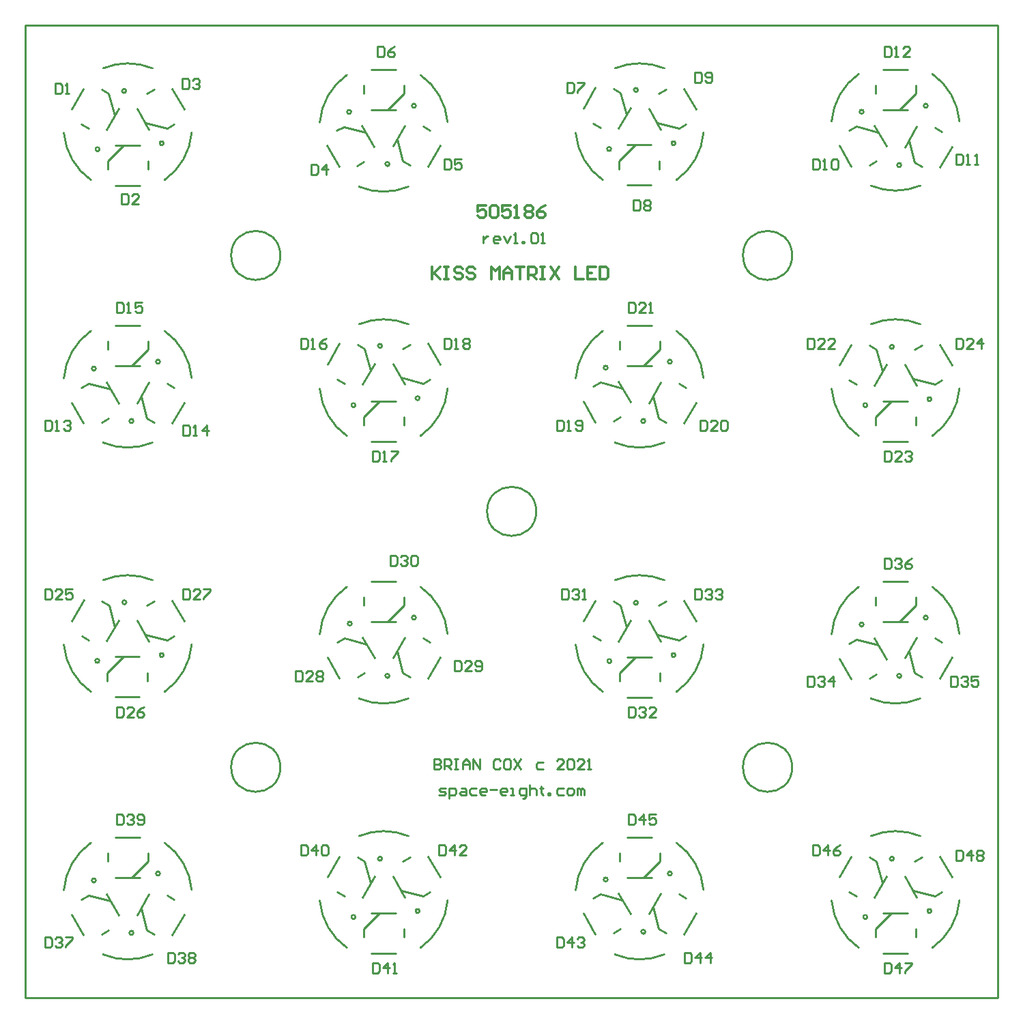
<source format=gto>
%FSLAX25Y25*%
%MOIN*%
G70*
G01*
G75*
G04 Layer_Color=65535*
%ADD10R,0.05906X0.05906*%
%ADD11P,0.08352X4X345.0*%
%ADD12P,0.08352X4X285.0*%
%ADD13C,0.02500*%
%ADD14C,0.05000*%
%ADD15C,0.16500*%
%ADD16R,0.12500X0.12500*%
%ADD17C,0.12500*%
%ADD18R,0.12500X0.12500*%
%ADD19C,0.04000*%
%ADD20R,0.05000X0.08000*%
%ADD21R,0.08000X0.05000*%
%ADD22R,0.17716X0.12205*%
%ADD23R,0.12205X0.17716*%
%ADD24C,0.01000*%
%ADD25C,0.01200*%
D24*
X737548Y379415D02*
G03*
X713452Y379415I-12048J-28915D01*
G01*
X694283Y347899D02*
G03*
X707536Y324838I31217J2601D01*
G01*
X743464D02*
G03*
X756733Y348097I-17964J25662D01*
G01*
X487548Y379415D02*
G03*
X463452Y379415I-12048J-28915D01*
G01*
X444283Y347899D02*
G03*
X457536Y324838I31217J2601D01*
G01*
X493464D02*
G03*
X506733Y348097I-17964J25662D01*
G01*
X338452Y321585D02*
G03*
X362548Y321585I12048J28915D01*
G01*
X381717Y353101D02*
G03*
X368464Y376162I-31217J-2601D01*
G01*
X332536D02*
G03*
X319267Y352903I17964J-25662D01*
G01*
X588452Y321585D02*
G03*
X612548Y321585I12048J28915D01*
G01*
X631717Y353101D02*
G03*
X618464Y376162I-31217J-2601D01*
G01*
X582536D02*
G03*
X569267Y352903I17964J-25662D01*
G01*
X713452Y446585D02*
G03*
X737548Y446585I12048J28915D01*
G01*
X756717Y478101D02*
G03*
X743464Y501162I-31217J-2601D01*
G01*
X707536D02*
G03*
X694267Y477903I17964J-25662D01*
G01*
X463452Y446585D02*
G03*
X487548Y446585I12048J28915D01*
G01*
X506717Y478101D02*
G03*
X493464Y501162I-31217J-2601D01*
G01*
X457536D02*
G03*
X444267Y477903I17964J-25662D01*
G01*
X362548Y504415D02*
G03*
X338452Y504415I-12048J-28915D01*
G01*
X319283Y472899D02*
G03*
X332536Y449838I31217J2601D01*
G01*
X368464D02*
G03*
X381733Y473098I-17964J25662D01*
G01*
X612548Y504415D02*
G03*
X588452Y504415I-12048J-28915D01*
G01*
X569283Y472899D02*
G03*
X582536Y449838I31217J2601D01*
G01*
X618464D02*
G03*
X631733Y473098I-17964J25662D01*
G01*
X737548Y629415D02*
G03*
X713452Y629415I-12048J-28915D01*
G01*
X694283Y597899D02*
G03*
X707536Y574838I31217J2601D01*
G01*
X743464D02*
G03*
X756733Y598098I-17964J25662D01*
G01*
X487548Y629415D02*
G03*
X463452Y629415I-12048J-28915D01*
G01*
X444283Y597899D02*
G03*
X457536Y574838I31217J2601D01*
G01*
X493464D02*
G03*
X506733Y598098I-17964J25662D01*
G01*
X588452Y571585D02*
G03*
X612548Y571585I12048J28915D01*
G01*
X631717Y603101D02*
G03*
X618464Y626162I-31217J-2601D01*
G01*
X582536D02*
G03*
X569267Y602903I17964J-25662D01*
G01*
X338452Y571585D02*
G03*
X362548Y571585I12048J28915D01*
G01*
X381717Y603101D02*
G03*
X368464Y626162I-31217J-2601D01*
G01*
X332536D02*
G03*
X319267Y602903I17964J-25662D01*
G01*
X463452Y696585D02*
G03*
X487548Y696585I12048J28915D01*
G01*
X506717Y728101D02*
G03*
X493464Y751162I-31217J-2601D01*
G01*
X457536D02*
G03*
X444267Y727903I17964J-25662D01*
G01*
X713452Y697085D02*
G03*
X737548Y697085I12048J28915D01*
G01*
X756717Y728601D02*
G03*
X743464Y751662I-31217J-2601D01*
G01*
X707536D02*
G03*
X694267Y728403I17964J-25662D01*
G01*
X612548Y754415D02*
G03*
X588452Y754415I-12048J-28915D01*
G01*
X569283Y722899D02*
G03*
X582536Y699838I31217J2601D01*
G01*
X618464D02*
G03*
X631733Y723098I-17964J25662D01*
G01*
X362548Y754415D02*
G03*
X338452Y754415I-12048J-28915D01*
G01*
X319283Y722899D02*
G03*
X332536Y699838I31217J2601D01*
G01*
X368464D02*
G03*
X381733Y723098I-17964J25662D01*
G01*
X491248Y736126D02*
G03*
X491248Y736126I-984J0D01*
G01*
X741248D02*
G03*
X741248Y736126I-984J0D01*
G01*
X493047Y593277D02*
G03*
X493047Y593277I-984J0D01*
G01*
X743047Y592777D02*
G03*
X743047Y592777I-984J0D01*
G01*
X491248Y486126D02*
G03*
X491248Y486126I-984J0D01*
G01*
X741248D02*
G03*
X741248Y486126I-984J0D01*
G01*
X493047Y342777D02*
G03*
X493047Y342777I-984J0D01*
G01*
X743047D02*
G03*
X743047Y342777I-984J0D01*
G01*
X478283Y707651D02*
G03*
X478283Y707651I-984J0D01*
G01*
X728283Y707151D02*
G03*
X728283Y707151I-984J0D01*
G01*
X461721Y589874D02*
G03*
X461721Y589874I-984J0D01*
G01*
X711721D02*
G03*
X711721Y589874I-984J0D01*
G01*
X478283Y457651D02*
G03*
X478283Y457651I-984J0D01*
G01*
X728283D02*
G03*
X728283Y457651I-984J0D01*
G01*
X461721Y339874D02*
G03*
X461721Y339874I-984J0D01*
G01*
X711721D02*
G03*
X711721Y339874I-984J0D01*
G01*
X459632Y733131D02*
G03*
X459632Y733131I-984J0D01*
G01*
X709922Y733223D02*
G03*
X709922Y733223I-984J0D01*
G01*
X474685Y618849D02*
G03*
X474685Y618849I-984J0D01*
G01*
X724685Y618349D02*
G03*
X724685Y618349I-984J0D01*
G01*
X459922Y483223D02*
G03*
X459922Y483223I-984J0D01*
G01*
X709922Y482723D02*
G03*
X709922Y482723I-984J0D01*
G01*
X474685Y368349D02*
G03*
X474685Y368349I-984J0D01*
G01*
X724685D02*
G03*
X724685Y368349I-984J0D01*
G01*
X368047Y717777D02*
G03*
X368047Y717777I-984J0D01*
G01*
X618047D02*
G03*
X618047Y717777I-984J0D01*
G01*
X366248Y611126D02*
G03*
X366248Y611126I-984J0D01*
G01*
X616248D02*
G03*
X616248Y611126I-984J0D01*
G01*
X368047Y467777D02*
G03*
X368047Y467777I-984J0D01*
G01*
X618047D02*
G03*
X618047Y467777I-984J0D01*
G01*
X366248Y361126D02*
G03*
X366248Y361126I-984J0D01*
G01*
X616248D02*
G03*
X616248Y361126I-984J0D01*
G01*
X336720Y714874D02*
G03*
X336720Y714874I-984J0D01*
G01*
X586575Y714984D02*
G03*
X586575Y714984I-984J0D01*
G01*
X353283Y582151D02*
G03*
X353283Y582151I-984J0D01*
G01*
X603283D02*
G03*
X603283Y582151I-984J0D01*
G01*
X336575Y464984D02*
G03*
X336575Y464984I-984J0D01*
G01*
X586721Y464874D02*
G03*
X586721Y464874I-984J0D01*
G01*
X353283Y332151D02*
G03*
X353283Y332151I-984J0D01*
G01*
X603283Y332651D02*
G03*
X603283Y332651I-984J0D01*
G01*
X349685Y743349D02*
G03*
X349685Y743349I-984J0D01*
G01*
X599685Y743849D02*
G03*
X599685Y743849I-984J0D01*
G01*
X334922Y607723D02*
G03*
X334922Y607723I-984J0D01*
G01*
X584922Y608223D02*
G03*
X584922Y608223I-984J0D01*
G01*
X349829Y493550D02*
G03*
X349829Y493550I-984J0D01*
G01*
X599685Y493349D02*
G03*
X599685Y493349I-984J0D01*
G01*
X334922Y357723D02*
G03*
X334922Y357723I-984J0D01*
G01*
X584922Y358223D02*
G03*
X584922Y358223I-984J0D01*
G01*
X675000Y413000D02*
G03*
X675000Y413000I-12000J0D01*
G01*
X425000Y663000D02*
G03*
X425000Y663000I-12000J0D01*
G01*
X675000D02*
G03*
X675000Y663000I-12000J0D01*
G01*
X550000Y538000D02*
G03*
X550000Y538000I-12000J0D01*
G01*
X425000Y413000D02*
G03*
X425000Y413000I-12000J0D01*
G01*
X300500Y775500D02*
X775500D01*
Y300500D02*
Y775500D01*
X300500Y300500D02*
Y775500D01*
Y300500D02*
X775500D01*
X485343Y742031D02*
Y745968D01*
X465658Y742031D02*
Y745968D01*
X469594Y734158D02*
X481405D01*
X469594Y753842D02*
X481405D01*
X477468Y734158D02*
X485343Y742031D01*
X735343D02*
Y745968D01*
X715658Y742031D02*
Y745968D01*
X719594Y734158D02*
X731405D01*
X719594Y753842D02*
X731405D01*
X727468Y734158D02*
X735343Y742031D01*
X494717Y600492D02*
X498126Y602460D01*
X484874Y617540D02*
X488283Y619508D01*
X480023Y610193D02*
X485929Y599964D01*
X497071Y620036D02*
X502977Y609807D01*
X483960Y603374D02*
X494717Y600492D01*
X744717Y599992D02*
X748126Y601960D01*
X734874Y617040D02*
X738283Y619008D01*
X730023Y609693D02*
X735929Y599464D01*
X747071Y619536D02*
X752977Y609307D01*
X733960Y602874D02*
X744717Y599992D01*
X485343Y492031D02*
Y495968D01*
X465658Y492031D02*
Y495968D01*
X469594Y484158D02*
X481405D01*
X469594Y503842D02*
X481405D01*
X477468Y484158D02*
X485343Y492031D01*
X735343D02*
Y495968D01*
X715658Y492031D02*
Y495968D01*
X719594Y484158D02*
X731405D01*
X719594Y503842D02*
X731405D01*
X727468Y484158D02*
X735343Y492031D01*
X494717Y349992D02*
X498126Y351960D01*
X484874Y367040D02*
X488283Y369008D01*
X480023Y359693D02*
X485929Y349464D01*
X497071Y369536D02*
X502977Y359307D01*
X483960Y352874D02*
X494717Y349992D01*
X744717D02*
X748126Y351960D01*
X734874Y367040D02*
X738283Y369008D01*
X730023Y359693D02*
X735929Y349464D01*
X747071Y369536D02*
X752977Y359307D01*
X733960Y352874D02*
X744717Y349992D01*
X484874Y708960D02*
X488283Y706992D01*
X494717Y726008D02*
X498126Y724040D01*
X480023Y716307D02*
X485929Y726536D01*
X497071Y706464D02*
X502977Y716693D01*
X481992Y719717D02*
X484874Y708960D01*
X734874Y708460D02*
X738283Y706492D01*
X744717Y725508D02*
X748126Y723540D01*
X730023Y715807D02*
X735929Y726036D01*
X747071Y705964D02*
X752977Y716193D01*
X731992Y719216D02*
X734874Y708460D01*
X465658Y580031D02*
Y583968D01*
X485343Y580031D02*
Y583968D01*
X469594Y591843D02*
X481405D01*
X469594Y572157D02*
X481405D01*
X465658Y583968D02*
X473531Y591843D01*
X715658Y580031D02*
Y583968D01*
X735343Y580031D02*
Y583968D01*
X719594Y591843D02*
X731405D01*
X719594Y572157D02*
X731405D01*
X715658Y583968D02*
X723531Y591843D01*
X484874Y458960D02*
X488283Y456992D01*
X494717Y476008D02*
X498126Y474040D01*
X480023Y466307D02*
X485929Y476536D01*
X497071Y456464D02*
X502977Y466693D01*
X481992Y469717D02*
X484874Y458960D01*
X734874D02*
X738283Y456992D01*
X744717Y476008D02*
X748126Y474040D01*
X730023Y466307D02*
X735929Y476536D01*
X747071Y456464D02*
X752977Y466693D01*
X731992Y469717D02*
X734874Y458960D01*
X465658Y330031D02*
Y333968D01*
X485343Y330031D02*
Y333968D01*
X469594Y341843D02*
X481405D01*
X469594Y322158D02*
X481405D01*
X465658Y333968D02*
X473531Y341843D01*
X715658Y330031D02*
Y333968D01*
X735343Y330031D02*
Y333968D01*
X719594Y341843D02*
X731405D01*
X719594Y322158D02*
X731405D01*
X715658Y333968D02*
X723531Y341843D01*
X452584Y723948D02*
X455994Y725917D01*
X462427Y706900D02*
X465836Y708869D01*
X464782Y726444D02*
X470687Y716216D01*
X447734Y716602D02*
X453639Y706373D01*
X455994Y725917D02*
X466750Y723035D01*
X702874Y724040D02*
X706284Y726008D01*
X712716Y706992D02*
X716126Y708960D01*
X715071Y726536D02*
X720977Y716307D01*
X698023Y716693D02*
X703929Y706464D01*
X706284Y726008D02*
X717040Y723126D01*
X462716Y619508D02*
X466126Y617540D01*
X452874Y602460D02*
X456284Y600492D01*
X465071Y599964D02*
X470977Y610193D01*
X448023Y609807D02*
X453929Y620036D01*
X466126Y617540D02*
X469008Y606783D01*
X712716Y619008D02*
X716126Y617040D01*
X702874Y601960D02*
X706284Y599992D01*
X715071Y599464D02*
X720977Y609693D01*
X698023Y609307D02*
X703929Y619536D01*
X716126Y617040D02*
X719008Y606284D01*
X452874Y474040D02*
X456284Y476008D01*
X462716Y456992D02*
X466126Y458960D01*
X465071Y476536D02*
X470977Y466307D01*
X448023Y466693D02*
X453929Y456464D01*
X456284Y476008D02*
X467040Y473126D01*
X702874Y473540D02*
X706284Y475508D01*
X712716Y456492D02*
X716126Y458460D01*
X715071Y476036D02*
X720977Y465807D01*
X698023Y466193D02*
X703929Y455964D01*
X706284Y475508D02*
X717040Y472626D01*
X462716Y369008D02*
X466126Y367040D01*
X452874Y351960D02*
X456284Y349992D01*
X465071Y349464D02*
X470977Y359693D01*
X448023Y359307D02*
X453929Y369536D01*
X466126Y367040D02*
X469008Y356283D01*
X712716Y369008D02*
X716126Y367040D01*
X702874Y351960D02*
X706284Y349992D01*
X715071Y349464D02*
X720977Y359693D01*
X698023Y359307D02*
X703929Y369536D01*
X716126Y367040D02*
X719008Y356283D01*
X369717Y724992D02*
X373126Y726960D01*
X359874Y742040D02*
X363283Y744008D01*
X355023Y734693D02*
X360929Y724464D01*
X372071Y744536D02*
X377977Y734307D01*
X358960Y727874D02*
X369717Y724992D01*
X619717D02*
X623126Y726960D01*
X609874Y742040D02*
X613283Y744008D01*
X605023Y734693D02*
X610929Y724464D01*
X622071Y744536D02*
X627977Y734307D01*
X608960Y727874D02*
X619717Y724992D01*
X360343Y617031D02*
Y620968D01*
X340657Y617031D02*
Y620968D01*
X344595Y609158D02*
X356405D01*
X344595Y628842D02*
X356405D01*
X352468Y609158D02*
X360343Y617031D01*
X610343D02*
Y620968D01*
X590658Y617031D02*
Y620968D01*
X594594Y609158D02*
X606405D01*
X594594Y628842D02*
X606405D01*
X602468Y609158D02*
X610343Y617031D01*
X369717Y474992D02*
X373126Y476960D01*
X359874Y492040D02*
X363283Y494008D01*
X355023Y484693D02*
X360929Y474464D01*
X372071Y494536D02*
X377977Y484307D01*
X358960Y477874D02*
X369717Y474992D01*
X619717D02*
X623126Y476960D01*
X609874Y492040D02*
X613283Y494008D01*
X605023Y484693D02*
X610929Y474464D01*
X622071Y494536D02*
X627977Y484307D01*
X608960Y477874D02*
X619717Y474992D01*
X360343Y367032D02*
Y370969D01*
X340657Y367032D02*
Y370969D01*
X344595Y359157D02*
X356405D01*
X344595Y378842D02*
X356405D01*
X352468Y359157D02*
X360343Y367032D01*
X610343D02*
Y370969D01*
X590658Y367032D02*
Y370969D01*
X594594Y359157D02*
X606405D01*
X594594Y378842D02*
X606405D01*
X602468Y359157D02*
X610343Y367032D01*
X340657Y705031D02*
Y708968D01*
X360343Y705031D02*
Y708968D01*
X344595Y716843D02*
X356405D01*
X344595Y697157D02*
X356405D01*
X340657Y708968D02*
X348532Y716843D01*
X590512Y705142D02*
Y709079D01*
X610197Y705142D02*
Y709079D01*
X594449Y716953D02*
X606260D01*
X594449Y697268D02*
X606260D01*
X590512Y709079D02*
X598386Y716953D01*
X359874Y583460D02*
X363283Y581492D01*
X369717Y600508D02*
X373126Y598540D01*
X355023Y590807D02*
X360929Y601036D01*
X372071Y580964D02*
X377977Y591193D01*
X356992Y594216D02*
X359874Y583460D01*
X609874D02*
X613283Y581492D01*
X619717Y600508D02*
X623126Y598540D01*
X605023Y590807D02*
X610929Y601036D01*
X622071Y580964D02*
X627977Y591193D01*
X606992Y594216D02*
X609874Y583460D01*
X340512Y455142D02*
Y459079D01*
X360197Y455142D02*
Y459079D01*
X344449Y466953D02*
X356260D01*
X344449Y447268D02*
X356260D01*
X340512Y459079D02*
X348386Y466953D01*
X590658Y455031D02*
Y458968D01*
X610343Y455031D02*
Y458968D01*
X594594Y466843D02*
X606405D01*
X594594Y447157D02*
X606405D01*
X590658Y458968D02*
X598531Y466843D01*
X359874Y333460D02*
X363283Y331492D01*
X369717Y350508D02*
X373126Y348540D01*
X355023Y340807D02*
X360929Y351036D01*
X372071Y330964D02*
X377977Y341193D01*
X356992Y344216D02*
X359874Y333460D01*
X609874Y333960D02*
X613283Y331992D01*
X619717Y351008D02*
X623126Y349040D01*
X605023Y341307D02*
X610929Y351536D01*
X622071Y331464D02*
X627977Y341693D01*
X606992Y344717D02*
X609874Y333960D01*
X337717Y744008D02*
X341126Y742040D01*
X327874Y726960D02*
X331283Y724992D01*
X340071Y724464D02*
X345977Y734693D01*
X323023Y734307D02*
X328929Y744536D01*
X341126Y742040D02*
X344008Y731284D01*
X587716Y744508D02*
X591126Y742540D01*
X577874Y727460D02*
X581284Y725492D01*
X590071Y724964D02*
X595977Y735193D01*
X573023Y734807D02*
X578929Y745036D01*
X591126Y742540D02*
X594008Y731783D01*
X327874Y598540D02*
X331283Y600508D01*
X337717Y581492D02*
X341126Y583460D01*
X340071Y601036D02*
X345977Y590807D01*
X323023Y591193D02*
X328929Y580964D01*
X331283Y600508D02*
X342040Y597626D01*
X577874Y599040D02*
X581284Y601008D01*
X587716Y581992D02*
X591126Y583960D01*
X590071Y601536D02*
X595977Y591307D01*
X573023Y591693D02*
X578929Y581464D01*
X581284Y601008D02*
X592040Y598126D01*
X337860Y494210D02*
X341270Y492241D01*
X328018Y477162D02*
X331427Y475194D01*
X340215Y474666D02*
X346121Y484895D01*
X323167Y484509D02*
X329073Y494737D01*
X341270Y492241D02*
X344152Y481485D01*
X587716Y494008D02*
X591126Y492040D01*
X577874Y476960D02*
X581284Y474992D01*
X590071Y474464D02*
X595977Y484693D01*
X573023Y484307D02*
X578929Y494536D01*
X591126Y492040D02*
X594008Y481284D01*
X327874Y348540D02*
X331283Y350508D01*
X337717Y331492D02*
X341126Y333460D01*
X340071Y351036D02*
X345977Y340807D01*
X323023Y341193D02*
X328929Y330964D01*
X331283Y350508D02*
X342040Y347626D01*
X577874Y349040D02*
X581284Y351008D01*
X587716Y331992D02*
X591126Y333960D01*
X590071Y351536D02*
X595977Y341307D01*
X573023Y341693D02*
X578929Y331464D01*
X581284Y351008D02*
X592040Y348126D01*
X315000Y746998D02*
Y742000D01*
X317499D01*
X318332Y742833D01*
Y746165D01*
X317499Y746998D01*
X315000D01*
X319998Y742000D02*
X321665D01*
X320831D01*
Y746998D01*
X319998Y746165D01*
X347500Y692998D02*
Y688000D01*
X349999D01*
X350832Y688833D01*
Y692165D01*
X349999Y692998D01*
X347500D01*
X355831Y688000D02*
X352498D01*
X355831Y691332D01*
Y692165D01*
X354998Y692998D01*
X353331D01*
X352498Y692165D01*
X377210Y749407D02*
Y744409D01*
X379710D01*
X380543Y745242D01*
Y748574D01*
X379710Y749407D01*
X377210D01*
X382209Y748574D02*
X383042Y749407D01*
X384708D01*
X385541Y748574D01*
Y747741D01*
X384708Y746908D01*
X383875D01*
X384708D01*
X385541Y746075D01*
Y745242D01*
X384708Y744409D01*
X383042D01*
X382209Y745242D01*
X440000Y707498D02*
Y702500D01*
X442499D01*
X443332Y703333D01*
Y706665D01*
X442499Y707498D01*
X440000D01*
X447498Y702500D02*
Y707498D01*
X444998Y704999D01*
X448331D01*
X505000Y709998D02*
Y705000D01*
X507499D01*
X508332Y705833D01*
Y709165D01*
X507499Y709998D01*
X505000D01*
X513331D02*
X509998D01*
Y707499D01*
X511664Y708332D01*
X512498D01*
X513331Y707499D01*
Y705833D01*
X512498Y705000D01*
X510831D01*
X509998Y705833D01*
X472500Y764998D02*
Y760000D01*
X474999D01*
X475832Y760833D01*
Y764165D01*
X474999Y764998D01*
X472500D01*
X480831D02*
X479165Y764165D01*
X477498Y762499D01*
Y760833D01*
X478331Y760000D01*
X479998D01*
X480831Y760833D01*
Y761666D01*
X479998Y762499D01*
X477498D01*
X565000Y747498D02*
Y742500D01*
X567499D01*
X568332Y743333D01*
Y746665D01*
X567499Y747498D01*
X565000D01*
X569998D02*
X573331D01*
Y746665D01*
X569998Y743333D01*
Y742500D01*
X597500Y689998D02*
Y685000D01*
X599999D01*
X600832Y685833D01*
Y689165D01*
X599999Y689998D01*
X597500D01*
X602498Y689165D02*
X603331Y689998D01*
X604998D01*
X605831Y689165D01*
Y688332D01*
X604998Y687499D01*
X605831Y686666D01*
Y685833D01*
X604998Y685000D01*
X603331D01*
X602498Y685833D01*
Y686666D01*
X603331Y687499D01*
X602498Y688332D01*
Y689165D01*
X603331Y687499D02*
X604998D01*
X627500Y752498D02*
Y747500D01*
X629999D01*
X630832Y748333D01*
Y751665D01*
X629999Y752498D01*
X627500D01*
X632498Y748333D02*
X633331Y747500D01*
X634998D01*
X635831Y748333D01*
Y751665D01*
X634998Y752498D01*
X633331D01*
X632498Y751665D01*
Y750832D01*
X633331Y749999D01*
X635831D01*
X685000Y709998D02*
Y705000D01*
X687499D01*
X688332Y705833D01*
Y709165D01*
X687499Y709998D01*
X685000D01*
X689998Y705000D02*
X691665D01*
X690831D01*
Y709998D01*
X689998Y709165D01*
X694164D02*
X694997Y709998D01*
X696663D01*
X697496Y709165D01*
Y705833D01*
X696663Y705000D01*
X694997D01*
X694164Y705833D01*
Y709165D01*
X755000Y712498D02*
Y707500D01*
X757499D01*
X758332Y708333D01*
Y711665D01*
X757499Y712498D01*
X755000D01*
X759998Y707500D02*
X761664D01*
X760831D01*
Y712498D01*
X759998Y711665D01*
X764164Y707500D02*
X765830D01*
X764997D01*
Y712498D01*
X764164Y711665D01*
X720000Y764998D02*
Y760000D01*
X722499D01*
X723332Y760833D01*
Y764165D01*
X722499Y764998D01*
X720000D01*
X724998Y760000D02*
X726664D01*
X725831D01*
Y764998D01*
X724998Y764165D01*
X732496Y760000D02*
X729164D01*
X732496Y763332D01*
Y764165D01*
X731663Y764998D01*
X729997D01*
X729164Y764165D01*
X310000Y582498D02*
Y577500D01*
X312499D01*
X313332Y578333D01*
Y581665D01*
X312499Y582498D01*
X310000D01*
X314998Y577500D02*
X316665D01*
X315831D01*
Y582498D01*
X314998Y581665D01*
X319164D02*
X319997Y582498D01*
X321663D01*
X322496Y581665D01*
Y580832D01*
X321663Y579999D01*
X320830D01*
X321663D01*
X322496Y579166D01*
Y578333D01*
X321663Y577500D01*
X319997D01*
X319164Y578333D01*
X377500Y579998D02*
Y575000D01*
X379999D01*
X380832Y575833D01*
Y579165D01*
X379999Y579998D01*
X377500D01*
X382498Y575000D02*
X384165D01*
X383331D01*
Y579998D01*
X382498Y579165D01*
X389163Y575000D02*
Y579998D01*
X386664Y577499D01*
X389996D01*
X345000Y639998D02*
Y635000D01*
X347499D01*
X348332Y635833D01*
Y639165D01*
X347499Y639998D01*
X345000D01*
X349998Y635000D02*
X351664D01*
X350831D01*
Y639998D01*
X349998Y639165D01*
X357496Y639998D02*
X354164D01*
Y637499D01*
X355830Y638332D01*
X356663D01*
X357496Y637499D01*
Y635833D01*
X356663Y635000D01*
X354997D01*
X354164Y635833D01*
X435000Y622498D02*
Y617500D01*
X437499D01*
X438332Y618333D01*
Y621665D01*
X437499Y622498D01*
X435000D01*
X439998Y617500D02*
X441665D01*
X440831D01*
Y622498D01*
X439998Y621665D01*
X447496Y622498D02*
X445830Y621665D01*
X444164Y619999D01*
Y618333D01*
X444997Y617500D01*
X446663D01*
X447496Y618333D01*
Y619166D01*
X446663Y619999D01*
X444164D01*
X470000Y567498D02*
Y562500D01*
X472499D01*
X473332Y563333D01*
Y566665D01*
X472499Y567498D01*
X470000D01*
X474998Y562500D02*
X476664D01*
X475831D01*
Y567498D01*
X474998Y566665D01*
X479164Y567498D02*
X482496D01*
Y566665D01*
X479164Y563333D01*
Y562500D01*
X505000Y622498D02*
Y617500D01*
X507499D01*
X508332Y618333D01*
Y621665D01*
X507499Y622498D01*
X505000D01*
X509998Y617500D02*
X511664D01*
X510831D01*
Y622498D01*
X509998Y621665D01*
X514164D02*
X514997Y622498D01*
X516663D01*
X517496Y621665D01*
Y620832D01*
X516663Y619999D01*
X517496Y619166D01*
Y618333D01*
X516663Y617500D01*
X514997D01*
X514164Y618333D01*
Y619166D01*
X514997Y619999D01*
X514164Y620832D01*
Y621665D01*
X514997Y619999D02*
X516663D01*
X560000Y582498D02*
Y577500D01*
X562499D01*
X563332Y578333D01*
Y581665D01*
X562499Y582498D01*
X560000D01*
X564998Y577500D02*
X566665D01*
X565831D01*
Y582498D01*
X564998Y581665D01*
X569164Y578333D02*
X569997Y577500D01*
X571663D01*
X572496Y578333D01*
Y581665D01*
X571663Y582498D01*
X569997D01*
X569164Y581665D01*
Y580832D01*
X569997Y579999D01*
X572496D01*
X630000Y582498D02*
Y577500D01*
X632499D01*
X633332Y578333D01*
Y581665D01*
X632499Y582498D01*
X630000D01*
X638331Y577500D02*
X634998D01*
X638331Y580832D01*
Y581665D01*
X637498Y582498D01*
X635831D01*
X634998Y581665D01*
X639997D02*
X640830Y582498D01*
X642496D01*
X643329Y581665D01*
Y578333D01*
X642496Y577500D01*
X640830D01*
X639997Y578333D01*
Y581665D01*
X595000Y639998D02*
Y635000D01*
X597499D01*
X598332Y635833D01*
Y639165D01*
X597499Y639998D01*
X595000D01*
X603331Y635000D02*
X599998D01*
X603331Y638332D01*
Y639165D01*
X602498Y639998D01*
X600831D01*
X599998Y639165D01*
X604997Y635000D02*
X606663D01*
X605830D01*
Y639998D01*
X604997Y639165D01*
X682500Y622498D02*
Y617500D01*
X684999D01*
X685832Y618333D01*
Y621665D01*
X684999Y622498D01*
X682500D01*
X690831Y617500D02*
X687498D01*
X690831Y620832D01*
Y621665D01*
X689998Y622498D01*
X688331D01*
X687498Y621665D01*
X695829Y617500D02*
X692497D01*
X695829Y620832D01*
Y621665D01*
X694996Y622498D01*
X693330D01*
X692497Y621665D01*
X720000Y567498D02*
Y562500D01*
X722499D01*
X723332Y563333D01*
Y566665D01*
X722499Y567498D01*
X720000D01*
X728331Y562500D02*
X724998D01*
X728331Y565832D01*
Y566665D01*
X727498Y567498D01*
X725831D01*
X724998Y566665D01*
X729997D02*
X730830Y567498D01*
X732496D01*
X733329Y566665D01*
Y565832D01*
X732496Y564999D01*
X731663D01*
X732496D01*
X733329Y564166D01*
Y563333D01*
X732496Y562500D01*
X730830D01*
X729997Y563333D01*
X755000Y622498D02*
Y617500D01*
X757499D01*
X758332Y618333D01*
Y621665D01*
X757499Y622498D01*
X755000D01*
X763331Y617500D02*
X759998D01*
X763331Y620832D01*
Y621665D01*
X762498Y622498D01*
X760831D01*
X759998Y621665D01*
X767496Y617500D02*
Y622498D01*
X764997Y619999D01*
X768329D01*
X310000Y499998D02*
Y495000D01*
X312499D01*
X313332Y495833D01*
Y499165D01*
X312499Y499998D01*
X310000D01*
X318331Y495000D02*
X314998D01*
X318331Y498332D01*
Y499165D01*
X317498Y499998D01*
X315831D01*
X314998Y499165D01*
X323329Y499998D02*
X319997D01*
Y497499D01*
X321663Y498332D01*
X322496D01*
X323329Y497499D01*
Y495833D01*
X322496Y495000D01*
X320830D01*
X319997Y495833D01*
X345000Y442498D02*
Y437500D01*
X347499D01*
X348332Y438333D01*
Y441665D01*
X347499Y442498D01*
X345000D01*
X353331Y437500D02*
X349998D01*
X353331Y440832D01*
Y441665D01*
X352498Y442498D01*
X350831D01*
X349998Y441665D01*
X358329Y442498D02*
X356663Y441665D01*
X354997Y439999D01*
Y438333D01*
X355830Y437500D01*
X357496D01*
X358329Y438333D01*
Y439166D01*
X357496Y439999D01*
X354997D01*
X377500Y499998D02*
Y495000D01*
X379999D01*
X380832Y495833D01*
Y499165D01*
X379999Y499998D01*
X377500D01*
X385831Y495000D02*
X382498D01*
X385831Y498332D01*
Y499165D01*
X384998Y499998D01*
X383331D01*
X382498Y499165D01*
X387497Y499998D02*
X390829D01*
Y499165D01*
X387497Y495833D01*
Y495000D01*
X432500Y459998D02*
Y455000D01*
X434999D01*
X435832Y455833D01*
Y459165D01*
X434999Y459998D01*
X432500D01*
X440831Y455000D02*
X437498D01*
X440831Y458332D01*
Y459165D01*
X439998Y459998D01*
X438331D01*
X437498Y459165D01*
X442497D02*
X443330Y459998D01*
X444996D01*
X445829Y459165D01*
Y458332D01*
X444996Y457499D01*
X445829Y456666D01*
Y455833D01*
X444996Y455000D01*
X443330D01*
X442497Y455833D01*
Y456666D01*
X443330Y457499D01*
X442497Y458332D01*
Y459165D01*
X443330Y457499D02*
X444996D01*
X510000Y464998D02*
Y460000D01*
X512499D01*
X513332Y460833D01*
Y464165D01*
X512499Y464998D01*
X510000D01*
X518331Y460000D02*
X514998D01*
X518331Y463332D01*
Y464165D01*
X517498Y464998D01*
X515831D01*
X514998Y464165D01*
X519997Y460833D02*
X520830Y460000D01*
X522496D01*
X523329Y460833D01*
Y464165D01*
X522496Y464998D01*
X520830D01*
X519997Y464165D01*
Y463332D01*
X520830Y462499D01*
X523329D01*
X478709Y516440D02*
Y511441D01*
X481209D01*
X482042Y512274D01*
Y515607D01*
X481209Y516440D01*
X478709D01*
X483708Y515607D02*
X484541Y516440D01*
X486207D01*
X487040Y515607D01*
Y514774D01*
X486207Y513940D01*
X485374D01*
X486207D01*
X487040Y513107D01*
Y512274D01*
X486207Y511441D01*
X484541D01*
X483708Y512274D01*
X488706Y515607D02*
X489539Y516440D01*
X491205D01*
X492038Y515607D01*
Y512274D01*
X491205Y511441D01*
X489539D01*
X488706Y512274D01*
Y515607D01*
X562500Y499998D02*
Y495000D01*
X564999D01*
X565832Y495833D01*
Y499165D01*
X564999Y499998D01*
X562500D01*
X567498Y499165D02*
X568331Y499998D01*
X569998D01*
X570831Y499165D01*
Y498332D01*
X569998Y497499D01*
X569165D01*
X569998D01*
X570831Y496666D01*
Y495833D01*
X569998Y495000D01*
X568331D01*
X567498Y495833D01*
X572497Y495000D02*
X574163D01*
X573330D01*
Y499998D01*
X572497Y499165D01*
X595000Y442498D02*
Y437500D01*
X597499D01*
X598332Y438333D01*
Y441665D01*
X597499Y442498D01*
X595000D01*
X599998Y441665D02*
X600831Y442498D01*
X602498D01*
X603331Y441665D01*
Y440832D01*
X602498Y439999D01*
X601664D01*
X602498D01*
X603331Y439166D01*
Y438333D01*
X602498Y437500D01*
X600831D01*
X599998Y438333D01*
X608329Y437500D02*
X604997D01*
X608329Y440832D01*
Y441665D01*
X607496Y442498D01*
X605830D01*
X604997Y441665D01*
X627500Y499998D02*
Y495000D01*
X629999D01*
X630832Y495833D01*
Y499165D01*
X629999Y499998D01*
X627500D01*
X632498Y499165D02*
X633331Y499998D01*
X634998D01*
X635831Y499165D01*
Y498332D01*
X634998Y497499D01*
X634164D01*
X634998D01*
X635831Y496666D01*
Y495833D01*
X634998Y495000D01*
X633331D01*
X632498Y495833D01*
X637497Y499165D02*
X638330Y499998D01*
X639996D01*
X640829Y499165D01*
Y498332D01*
X639996Y497499D01*
X639163D01*
X639996D01*
X640829Y496666D01*
Y495833D01*
X639996Y495000D01*
X638330D01*
X637497Y495833D01*
X682500Y457498D02*
Y452500D01*
X684999D01*
X685832Y453333D01*
Y456665D01*
X684999Y457498D01*
X682500D01*
X687498Y456665D02*
X688331Y457498D01*
X689998D01*
X690831Y456665D01*
Y455832D01*
X689998Y454999D01*
X689164D01*
X689998D01*
X690831Y454166D01*
Y453333D01*
X689998Y452500D01*
X688331D01*
X687498Y453333D01*
X694996Y452500D02*
Y457498D01*
X692497Y454999D01*
X695829D01*
X752500Y457498D02*
Y452500D01*
X754999D01*
X755832Y453333D01*
Y456665D01*
X754999Y457498D01*
X752500D01*
X757498Y456665D02*
X758331Y457498D01*
X759998D01*
X760831Y456665D01*
Y455832D01*
X759998Y454999D01*
X759164D01*
X759998D01*
X760831Y454166D01*
Y453333D01*
X759998Y452500D01*
X758331D01*
X757498Y453333D01*
X765829Y457498D02*
X762497D01*
Y454999D01*
X764163Y455832D01*
X764996D01*
X765829Y454999D01*
Y453333D01*
X764996Y452500D01*
X763330D01*
X762497Y453333D01*
X720000Y514998D02*
Y510000D01*
X722499D01*
X723332Y510833D01*
Y514165D01*
X722499Y514998D01*
X720000D01*
X724998Y514165D02*
X725831Y514998D01*
X727498D01*
X728331Y514165D01*
Y513332D01*
X727498Y512499D01*
X726664D01*
X727498D01*
X728331Y511666D01*
Y510833D01*
X727498Y510000D01*
X725831D01*
X724998Y510833D01*
X733329Y514998D02*
X731663Y514165D01*
X729997Y512499D01*
Y510833D01*
X730830Y510000D01*
X732496D01*
X733329Y510833D01*
Y511666D01*
X732496Y512499D01*
X729997D01*
X310000Y329998D02*
Y325000D01*
X312499D01*
X313332Y325833D01*
Y329165D01*
X312499Y329998D01*
X310000D01*
X314998Y329165D02*
X315831Y329998D01*
X317498D01*
X318331Y329165D01*
Y328332D01*
X317498Y327499D01*
X316665D01*
X317498D01*
X318331Y326666D01*
Y325833D01*
X317498Y325000D01*
X315831D01*
X314998Y325833D01*
X319997Y329998D02*
X323329D01*
Y329165D01*
X319997Y325833D01*
Y325000D01*
X370000Y322498D02*
Y317500D01*
X372499D01*
X373332Y318333D01*
Y321665D01*
X372499Y322498D01*
X370000D01*
X374998Y321665D02*
X375831Y322498D01*
X377498D01*
X378331Y321665D01*
Y320832D01*
X377498Y319999D01*
X376664D01*
X377498D01*
X378331Y319166D01*
Y318333D01*
X377498Y317500D01*
X375831D01*
X374998Y318333D01*
X379997Y321665D02*
X380830Y322498D01*
X382496D01*
X383329Y321665D01*
Y320832D01*
X382496Y319999D01*
X383329Y319166D01*
Y318333D01*
X382496Y317500D01*
X380830D01*
X379997Y318333D01*
Y319166D01*
X380830Y319999D01*
X379997Y320832D01*
Y321665D01*
X380830Y319999D02*
X382496D01*
X345000Y389998D02*
Y385000D01*
X347499D01*
X348332Y385833D01*
Y389165D01*
X347499Y389998D01*
X345000D01*
X349998Y389165D02*
X350831Y389998D01*
X352498D01*
X353331Y389165D01*
Y388332D01*
X352498Y387499D01*
X351664D01*
X352498D01*
X353331Y386666D01*
Y385833D01*
X352498Y385000D01*
X350831D01*
X349998Y385833D01*
X354997D02*
X355830Y385000D01*
X357496D01*
X358329Y385833D01*
Y389165D01*
X357496Y389998D01*
X355830D01*
X354997Y389165D01*
Y388332D01*
X355830Y387499D01*
X358329D01*
X435000Y374998D02*
Y370000D01*
X437499D01*
X438332Y370833D01*
Y374165D01*
X437499Y374998D01*
X435000D01*
X442498Y370000D02*
Y374998D01*
X439998Y372499D01*
X443331D01*
X444997Y374165D02*
X445830Y374998D01*
X447496D01*
X448329Y374165D01*
Y370833D01*
X447496Y370000D01*
X445830D01*
X444997Y370833D01*
Y374165D01*
X470000Y317498D02*
Y312500D01*
X472499D01*
X473332Y313333D01*
Y316665D01*
X472499Y317498D01*
X470000D01*
X477498Y312500D02*
Y317498D01*
X474998Y314999D01*
X478331D01*
X479997Y312500D02*
X481663D01*
X480830D01*
Y317498D01*
X479997Y316665D01*
X502500Y374998D02*
Y370000D01*
X504999D01*
X505832Y370833D01*
Y374165D01*
X504999Y374998D01*
X502500D01*
X509998Y370000D02*
Y374998D01*
X507498Y372499D01*
X510831D01*
X515829Y370000D02*
X512497D01*
X515829Y373332D01*
Y374165D01*
X514996Y374998D01*
X513330D01*
X512497Y374165D01*
X560000Y329998D02*
Y325000D01*
X562499D01*
X563332Y325833D01*
Y329165D01*
X562499Y329998D01*
X560000D01*
X567498Y325000D02*
Y329998D01*
X564998Y327499D01*
X568331D01*
X569997Y329165D02*
X570830Y329998D01*
X572496D01*
X573329Y329165D01*
Y328332D01*
X572496Y327499D01*
X571663D01*
X572496D01*
X573329Y326666D01*
Y325833D01*
X572496Y325000D01*
X570830D01*
X569997Y325833D01*
X622500Y322498D02*
Y317500D01*
X624999D01*
X625832Y318333D01*
Y321665D01*
X624999Y322498D01*
X622500D01*
X629998Y317500D02*
Y322498D01*
X627498Y319999D01*
X630831D01*
X634996Y317500D02*
Y322498D01*
X632497Y319999D01*
X635829D01*
X595000Y389998D02*
Y385000D01*
X597499D01*
X598332Y385833D01*
Y389165D01*
X597499Y389998D01*
X595000D01*
X602498Y385000D02*
Y389998D01*
X599998Y387499D01*
X603331D01*
X608329Y389998D02*
X604997D01*
Y387499D01*
X606663Y388332D01*
X607496D01*
X608329Y387499D01*
Y385833D01*
X607496Y385000D01*
X605830D01*
X604997Y385833D01*
X685000Y374998D02*
Y370000D01*
X687499D01*
X688332Y370833D01*
Y374165D01*
X687499Y374998D01*
X685000D01*
X692498Y370000D02*
Y374998D01*
X689998Y372499D01*
X693331D01*
X698329Y374998D02*
X696663Y374165D01*
X694997Y372499D01*
Y370833D01*
X695830Y370000D01*
X697496D01*
X698329Y370833D01*
Y371666D01*
X697496Y372499D01*
X694997D01*
X720000Y317498D02*
Y312500D01*
X722499D01*
X723332Y313333D01*
Y316665D01*
X722499Y317498D01*
X720000D01*
X727498Y312500D02*
Y317498D01*
X724998Y314999D01*
X728331D01*
X729997Y317498D02*
X733329D01*
Y316665D01*
X729997Y313333D01*
Y312500D01*
X755000Y372498D02*
Y367500D01*
X757499D01*
X758332Y368333D01*
Y371665D01*
X757499Y372498D01*
X755000D01*
X762498Y367500D02*
Y372498D01*
X759998Y369999D01*
X763331D01*
X764997Y371665D02*
X765830Y372498D01*
X767496D01*
X768329Y371665D01*
Y370832D01*
X767496Y369999D01*
X768329Y369166D01*
Y368333D01*
X767496Y367500D01*
X765830D01*
X764997Y368333D01*
Y369166D01*
X765830Y369999D01*
X764997Y370832D01*
Y371665D01*
X765830Y369999D02*
X767496D01*
X524000Y672332D02*
Y669000D01*
Y670666D01*
X524833Y671499D01*
X525666Y672332D01*
X526499D01*
X531498Y669000D02*
X529831D01*
X528998Y669833D01*
Y671499D01*
X529831Y672332D01*
X531498D01*
X532331Y671499D01*
Y670666D01*
X528998D01*
X533997Y672332D02*
X535663Y669000D01*
X537329Y672332D01*
X538995Y669000D02*
X540661D01*
X539828D01*
Y673998D01*
X538995Y673165D01*
X543160Y669000D02*
Y669833D01*
X543994D01*
Y669000D01*
X543160D01*
X547326Y673165D02*
X548159Y673998D01*
X549825D01*
X550658Y673165D01*
Y669833D01*
X549825Y669000D01*
X548159D01*
X547326Y669833D01*
Y673165D01*
X552324Y669000D02*
X553990D01*
X553157D01*
Y673998D01*
X552324Y673165D01*
X502500Y399500D02*
X504999D01*
X505832Y400333D01*
X504999Y401166D01*
X503333D01*
X502500Y401999D01*
X503333Y402832D01*
X505832D01*
X507498Y397834D02*
Y402832D01*
X509998D01*
X510831Y401999D01*
Y400333D01*
X509998Y399500D01*
X507498D01*
X513330Y402832D02*
X514996D01*
X515829Y401999D01*
Y399500D01*
X513330D01*
X512497Y400333D01*
X513330Y401166D01*
X515829D01*
X520827Y402832D02*
X518328D01*
X517495Y401999D01*
Y400333D01*
X518328Y399500D01*
X520827D01*
X524993D02*
X523327D01*
X522494Y400333D01*
Y401999D01*
X523327Y402832D01*
X524993D01*
X525826Y401999D01*
Y401166D01*
X522494D01*
X527492Y401999D02*
X530824D01*
X534990Y399500D02*
X533323D01*
X532490Y400333D01*
Y401999D01*
X533323Y402832D01*
X534990D01*
X535822Y401999D01*
Y401166D01*
X532490D01*
X537489Y399500D02*
X539155D01*
X538322D01*
Y402832D01*
X537489D01*
X543320Y397834D02*
X544153D01*
X544986Y398667D01*
Y402832D01*
X542487D01*
X541654Y401999D01*
Y400333D01*
X542487Y399500D01*
X544986D01*
X546652Y404498D02*
Y399500D01*
Y401999D01*
X547485Y402832D01*
X549152D01*
X549985Y401999D01*
Y399500D01*
X552484Y403665D02*
Y402832D01*
X551651D01*
X553317D01*
X552484D01*
Y400333D01*
X553317Y399500D01*
X555816D02*
Y400333D01*
X556649D01*
Y399500D01*
X555816D01*
X563314Y402832D02*
X560814D01*
X559981Y401999D01*
Y400333D01*
X560814Y399500D01*
X563314D01*
X565813D02*
X567479D01*
X568312Y400333D01*
Y401999D01*
X567479Y402832D01*
X565813D01*
X564980Y401999D01*
Y400333D01*
X565813Y399500D01*
X569978D02*
Y402832D01*
X570811D01*
X571644Y401999D01*
Y399500D01*
Y401999D01*
X572477Y402832D01*
X573310Y401999D01*
Y399500D01*
X500000Y416998D02*
Y412000D01*
X502499D01*
X503332Y412833D01*
Y413666D01*
X502499Y414499D01*
X500000D01*
X502499D01*
X503332Y415332D01*
Y416165D01*
X502499Y416998D01*
X500000D01*
X504998Y412000D02*
Y416998D01*
X507498D01*
X508331Y416165D01*
Y414499D01*
X507498Y413666D01*
X504998D01*
X506665D02*
X508331Y412000D01*
X509997Y416998D02*
X511663D01*
X510830D01*
Y412000D01*
X509997D01*
X511663D01*
X514162D02*
Y415332D01*
X515828Y416998D01*
X517494Y415332D01*
Y412000D01*
Y414499D01*
X514162D01*
X519161Y412000D02*
Y416998D01*
X522493Y412000D01*
Y416998D01*
X532489Y416165D02*
X531656Y416998D01*
X529990D01*
X529157Y416165D01*
Y412833D01*
X529990Y412000D01*
X531656D01*
X532489Y412833D01*
X536655Y416998D02*
X534989D01*
X534156Y416165D01*
Y412833D01*
X534989Y412000D01*
X536655D01*
X537488Y412833D01*
Y416165D01*
X536655Y416998D01*
X539154D02*
X542486Y412000D01*
Y416998D02*
X539154Y412000D01*
X553332Y415332D02*
X550833D01*
X550000Y414499D01*
Y412833D01*
X550833Y412000D01*
X553332D01*
X563329D02*
X559997D01*
X563329Y415332D01*
Y416165D01*
X562496Y416998D01*
X560830D01*
X559997Y416165D01*
X564995D02*
X565828Y416998D01*
X567494D01*
X568327Y416165D01*
Y412833D01*
X567494Y412000D01*
X565828D01*
X564995Y412833D01*
Y416165D01*
X573326Y412000D02*
X569993D01*
X573326Y415332D01*
Y416165D01*
X572493Y416998D01*
X570827D01*
X569993Y416165D01*
X574992Y412000D02*
X576658D01*
X575825D01*
Y416998D01*
X574992Y416165D01*
D25*
X499000Y657498D02*
Y651500D01*
Y653499D01*
X502999Y657498D01*
X500000Y654499D01*
X502999Y651500D01*
X504998Y657498D02*
X506997D01*
X505998D01*
Y651500D01*
X504998D01*
X506997D01*
X513995Y656498D02*
X512995Y657498D01*
X510996D01*
X509996Y656498D01*
Y655499D01*
X510996Y654499D01*
X512995D01*
X513995Y653499D01*
Y652500D01*
X512995Y651500D01*
X510996D01*
X509996Y652500D01*
X519993Y656498D02*
X518994Y657498D01*
X516994D01*
X515995Y656498D01*
Y655499D01*
X516994Y654499D01*
X518994D01*
X519993Y653499D01*
Y652500D01*
X518994Y651500D01*
X516994D01*
X515995Y652500D01*
X527991Y651500D02*
Y657498D01*
X529990Y655499D01*
X531989Y657498D01*
Y651500D01*
X533989D02*
Y655499D01*
X535988Y657498D01*
X537987Y655499D01*
Y651500D01*
Y654499D01*
X533989D01*
X539987Y657498D02*
X543986D01*
X541986D01*
Y651500D01*
X545985D02*
Y657498D01*
X548984D01*
X549984Y656498D01*
Y654499D01*
X548984Y653499D01*
X545985D01*
X547984D02*
X549984Y651500D01*
X551983Y657498D02*
X553982D01*
X552983D01*
Y651500D01*
X551983D01*
X553982D01*
X556981Y657498D02*
X560980Y651500D01*
Y657498D02*
X556981Y651500D01*
X568977Y657498D02*
Y651500D01*
X572976D01*
X578974Y657498D02*
X574975D01*
Y651500D01*
X578974D01*
X574975Y654499D02*
X576975D01*
X580973Y657498D02*
Y651500D01*
X583973D01*
X584972Y652500D01*
Y656498D01*
X583973Y657498D01*
X580973D01*
X525499Y687498D02*
X521500D01*
Y684499D01*
X523499Y685499D01*
X524499D01*
X525499Y684499D01*
Y682500D01*
X524499Y681500D01*
X522500D01*
X521500Y682500D01*
X527498Y686498D02*
X528498Y687498D01*
X530497D01*
X531497Y686498D01*
Y682500D01*
X530497Y681500D01*
X528498D01*
X527498Y682500D01*
Y686498D01*
X537495Y687498D02*
X533496D01*
Y684499D01*
X535496Y685499D01*
X536495D01*
X537495Y684499D01*
Y682500D01*
X536495Y681500D01*
X534496D01*
X533496Y682500D01*
X539494Y681500D02*
X541494D01*
X540494D01*
Y687498D01*
X539494Y686498D01*
X544493D02*
X545492Y687498D01*
X547492D01*
X548491Y686498D01*
Y685499D01*
X547492Y684499D01*
X548491Y683499D01*
Y682500D01*
X547492Y681500D01*
X545492D01*
X544493Y682500D01*
Y683499D01*
X545492Y684499D01*
X544493Y685499D01*
Y686498D01*
X545492Y684499D02*
X547492D01*
X554489Y687498D02*
X552490Y686498D01*
X550491Y684499D01*
Y682500D01*
X551490Y681500D01*
X553490D01*
X554489Y682500D01*
Y683499D01*
X553490Y684499D01*
X550491D01*
M02*

</source>
